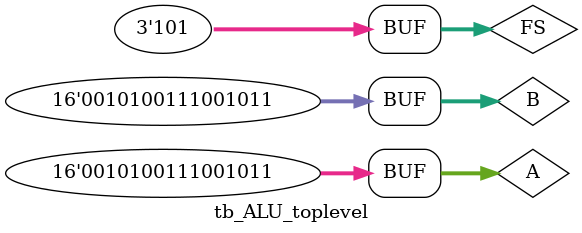
<source format=v>
`timescale 1ns / 1ps


module tb_ALU_toplevel;

	// Inputs
	reg [2:0] FS;
	reg [15:0] A;
	reg [15:0] B;

	// Outputs
	wire [15:0] out;
	wire zero_flag;

	// Instantiate the Unit Under Test (UUT)
	ALU_toplevel uut (
		.FS(FS), 
		.A(A), 
		.B(B), 
		.out(out), 
		.zero_flag(zero_flag)
	);

	initial begin
		// Initialize Inputs
		FS = 0;
		A = 16'b0010100111001011;
		B = 16'b0010100111001011;

		// Wait 100 ns for global reset to finish
		#100;
        
		// Add stimulus here
		FS = 3'b000;
		#100;
		
		FS = 3'b001;
		#100;
		
		FS = 3'b010;
		#100;
		
		FS = 3'b011;
		#100;
		
		FS = 3'b100;
		#100;
		
		FS = 3'b101;
		#100;

	end
      
endmodule

</source>
